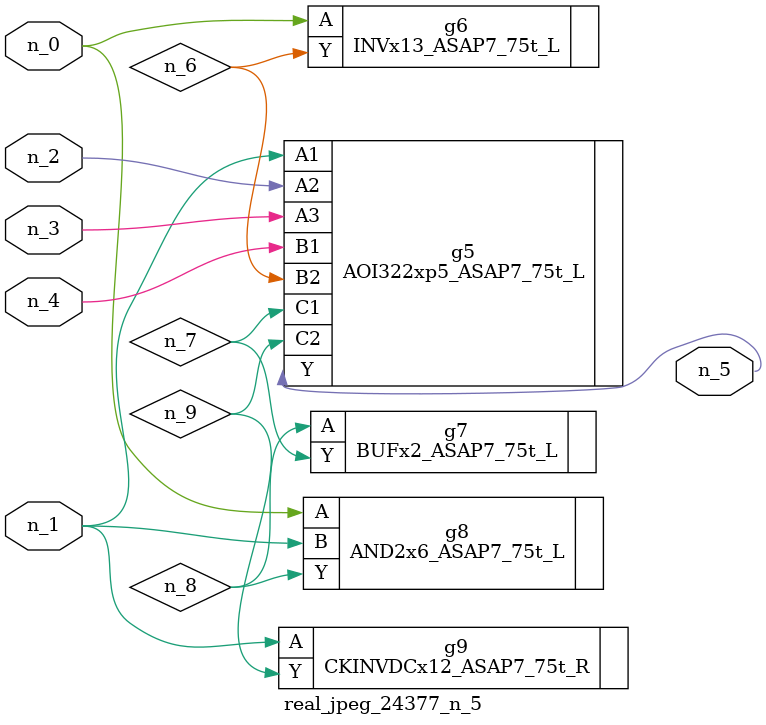
<source format=v>
module real_jpeg_24377_n_5 (n_4, n_0, n_1, n_2, n_3, n_5);

input n_4;
input n_0;
input n_1;
input n_2;
input n_3;

output n_5;

wire n_8;
wire n_6;
wire n_7;
wire n_9;

INVx13_ASAP7_75t_L g6 ( 
.A(n_0),
.Y(n_6)
);

AND2x6_ASAP7_75t_L g8 ( 
.A(n_0),
.B(n_1),
.Y(n_8)
);

AOI322xp5_ASAP7_75t_L g5 ( 
.A1(n_1),
.A2(n_2),
.A3(n_3),
.B1(n_4),
.B2(n_6),
.C1(n_7),
.C2(n_9),
.Y(n_5)
);

CKINVDCx12_ASAP7_75t_R g9 ( 
.A(n_1),
.Y(n_9)
);

BUFx2_ASAP7_75t_L g7 ( 
.A(n_8),
.Y(n_7)
);


endmodule
</source>
